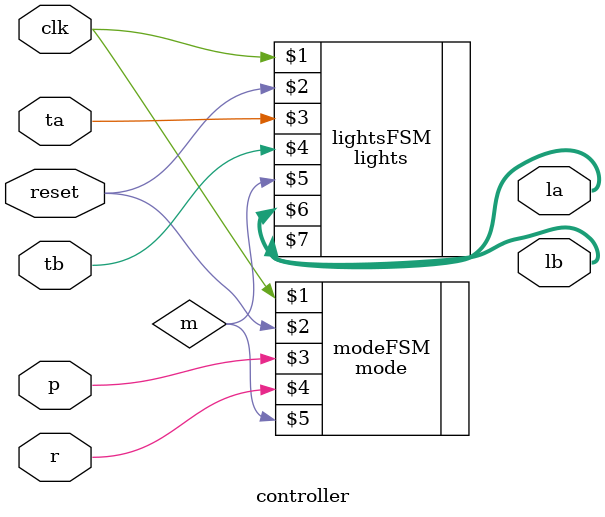
<source format=sv>
module controller (
  input   logic   clk,
  input   logic   reset,
  input   logic   p,
  input   logic   r,
  input   logic   ta,
  input   logic   tb,
  output  logic [2:0] la,
  output  logic [2:0] lb
);

logic m;

mode modeFSM (
  clk,
  reset,
  p,
  r,
  m
);

lights lightsFSM (
  clk,
  reset,
  ta,
  tb,
  m,
  la,
  lb
);

`ifdef  COCOTB_SIM 
initial
 begin
    $dumpfile("wave_sv.vcd");
    $dumpvars(
      0,
      clk,
      reset,
      p,
      r,
      ta,
      tb,
      la,
      lb,
      m
    );
    #5;
 end
 `endif

endmodule

</source>
